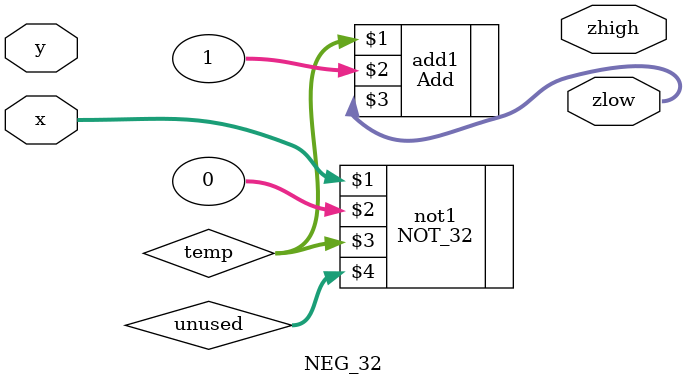
<source format=v>
`timescale 1ns/10ps
module NEG_32(
 input [31:0] x, y,
 output wire[31:0] zlow, zhigh);
 
 reg [5:0] i;
 wire [31:0] temp, addtemp, unused;
 
 NOT_32 not1(x, 0, temp, unused);
 Add add1(temp, 1, zlow);
 
endmodule

</source>
